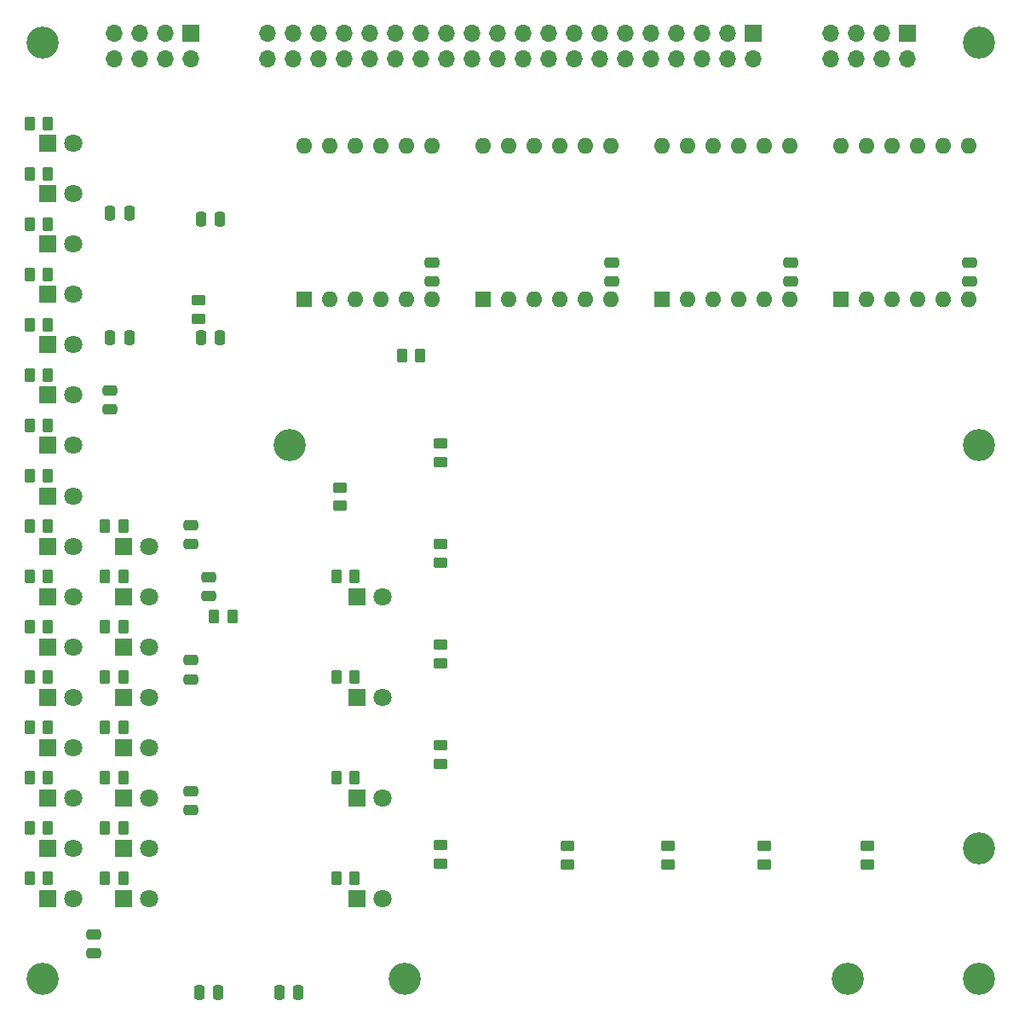
<source format=gbr>
%TF.GenerationSoftware,KiCad,Pcbnew,7.0.0-da2b9df05c~171~ubuntu22.04.1*%
%TF.CreationDate,2023-03-06T18:38:04-05:00*%
%TF.ProjectId,main,6d61696e-2e6b-4696-9361-645f70636258,rev?*%
%TF.SameCoordinates,Original*%
%TF.FileFunction,Soldermask,Bot*%
%TF.FilePolarity,Negative*%
%FSLAX46Y46*%
G04 Gerber Fmt 4.6, Leading zero omitted, Abs format (unit mm)*
G04 Created by KiCad (PCBNEW 7.0.0-da2b9df05c~171~ubuntu22.04.1) date 2023-03-06 18:38:04*
%MOMM*%
%LPD*%
G01*
G04 APERTURE LIST*
G04 Aperture macros list*
%AMRoundRect*
0 Rectangle with rounded corners*
0 $1 Rounding radius*
0 $2 $3 $4 $5 $6 $7 $8 $9 X,Y pos of 4 corners*
0 Add a 4 corners polygon primitive as box body*
4,1,4,$2,$3,$4,$5,$6,$7,$8,$9,$2,$3,0*
0 Add four circle primitives for the rounded corners*
1,1,$1+$1,$2,$3*
1,1,$1+$1,$4,$5*
1,1,$1+$1,$6,$7*
1,1,$1+$1,$8,$9*
0 Add four rect primitives between the rounded corners*
20,1,$1+$1,$2,$3,$4,$5,0*
20,1,$1+$1,$4,$5,$6,$7,0*
20,1,$1+$1,$6,$7,$8,$9,0*
20,1,$1+$1,$8,$9,$2,$3,0*%
G04 Aperture macros list end*
%ADD10R,1.700000X1.700000*%
%ADD11O,1.700000X1.700000*%
%ADD12R,1.800000X1.800000*%
%ADD13C,1.800000*%
%ADD14C,3.200000*%
%ADD15R,1.600000X1.600000*%
%ADD16O,1.600000X1.600000*%
%ADD17RoundRect,0.250000X0.475000X-0.250000X0.475000X0.250000X-0.475000X0.250000X-0.475000X-0.250000X0*%
%ADD18RoundRect,0.250000X-0.250000X-0.475000X0.250000X-0.475000X0.250000X0.475000X-0.250000X0.475000X0*%
%ADD19RoundRect,0.249999X0.450001X-0.262501X0.450001X0.262501X-0.450001X0.262501X-0.450001X-0.262501X0*%
%ADD20RoundRect,0.249999X0.262501X0.450001X-0.262501X0.450001X-0.262501X-0.450001X0.262501X-0.450001X0*%
%ADD21RoundRect,0.249999X-0.262501X-0.450001X0.262501X-0.450001X0.262501X0.450001X-0.262501X0.450001X0*%
%ADD22RoundRect,0.249999X-0.450001X0.262501X-0.450001X-0.262501X0.450001X-0.262501X0.450001X0.262501X0*%
%ADD23RoundRect,0.250000X-0.475000X0.250000X-0.475000X-0.250000X0.475000X-0.250000X0.475000X0.250000X0*%
%ADD24RoundRect,0.250000X-0.262500X-0.450000X0.262500X-0.450000X0.262500X0.450000X-0.262500X0.450000X0*%
%ADD25RoundRect,0.250000X-0.450000X0.262500X-0.450000X-0.262500X0.450000X-0.262500X0.450000X0.262500X0*%
%ADD26RoundRect,0.250000X0.450000X-0.262500X0.450000X0.262500X-0.450000X0.262500X-0.450000X-0.262500X0*%
G04 APERTURE END LIST*
D10*
%TO.C,J3*%
X94129999Y-22539999D03*
D11*
X94129999Y-25079999D03*
X91589999Y-22539999D03*
X91589999Y-25079999D03*
X89049999Y-22539999D03*
X89049999Y-25079999D03*
X86509999Y-22539999D03*
X86509999Y-25079999D03*
X83969999Y-22539999D03*
X83969999Y-25079999D03*
X81429999Y-22539999D03*
X81429999Y-25079999D03*
X78889999Y-22539999D03*
X78889999Y-25079999D03*
X76349999Y-22539999D03*
X76349999Y-25079999D03*
X73809999Y-22539999D03*
X73809999Y-25079999D03*
X71269999Y-22539999D03*
X71269999Y-25079999D03*
X68729999Y-22539999D03*
X68729999Y-25079999D03*
X66189999Y-22539999D03*
X66189999Y-25079999D03*
X63649999Y-22539999D03*
X63649999Y-25079999D03*
X61109999Y-22539999D03*
X61109999Y-25079999D03*
X58569999Y-22539999D03*
X58569999Y-25079999D03*
X56029999Y-22539999D03*
X56029999Y-25079999D03*
X53489999Y-22539999D03*
X53489999Y-25079999D03*
X50949999Y-22539999D03*
X50949999Y-25079999D03*
X48409999Y-22539999D03*
X48409999Y-25079999D03*
X45869999Y-22539999D03*
X45869999Y-25079999D03*
%TD*%
D10*
%TO.C,J1*%
X38219999Y-22539999D03*
D11*
X38219999Y-25079999D03*
X35679999Y-22539999D03*
X35679999Y-25079999D03*
X33139999Y-22539999D03*
X33139999Y-25079999D03*
X30599999Y-22539999D03*
X30599999Y-25079999D03*
%TD*%
D12*
%TO.C,D1*%
X31499999Y-108499999D03*
D13*
X34040000Y-108500000D03*
%TD*%
D14*
%TO.C,H2*%
X23500000Y-23500000D03*
%TD*%
%TO.C,H3*%
X116500000Y-116500000D03*
%TD*%
%TO.C,H4*%
X23500000Y-116500000D03*
%TD*%
%TO.C,H1*%
X116500000Y-23500000D03*
%TD*%
D15*
%TO.C,U4*%
X85039999Y-48999999D03*
D16*
X87579999Y-48999999D03*
X90119999Y-48999999D03*
X92659999Y-48999999D03*
X95199999Y-48999999D03*
X97739999Y-48999999D03*
X97739999Y-33759999D03*
X95199999Y-33759999D03*
X92659999Y-33759999D03*
X90119999Y-33759999D03*
X87579999Y-33759999D03*
X85039999Y-33759999D03*
%TD*%
D12*
%TO.C,D2*%
X31499999Y-88499999D03*
D13*
X34040000Y-88500000D03*
%TD*%
D12*
%TO.C,D3*%
X31499999Y-73499999D03*
D13*
X34040000Y-73500000D03*
%TD*%
D12*
%TO.C,D4*%
X31499999Y-93499999D03*
D13*
X34040000Y-93500000D03*
%TD*%
D12*
%TO.C,D5*%
X23999999Y-108499999D03*
D13*
X26540000Y-108500000D03*
%TD*%
D12*
%TO.C,D6*%
X23999999Y-88499999D03*
D13*
X26540000Y-88500000D03*
%TD*%
D12*
%TO.C,D7*%
X23999999Y-73499999D03*
D13*
X26540000Y-73500000D03*
%TD*%
D12*
%TO.C,D8*%
X23999999Y-93499999D03*
D13*
X26540000Y-93500000D03*
%TD*%
D15*
%TO.C,U3*%
X102819999Y-48999999D03*
D16*
X105359999Y-48999999D03*
X107899999Y-48999999D03*
X110439999Y-48999999D03*
X112979999Y-48999999D03*
X115519999Y-48999999D03*
X115519999Y-33759999D03*
X112979999Y-33759999D03*
X110439999Y-33759999D03*
X107899999Y-33759999D03*
X105359999Y-33759999D03*
X102819999Y-33759999D03*
%TD*%
D12*
%TO.C,D9*%
X23999999Y-68499999D03*
D13*
X26540000Y-68500000D03*
%TD*%
D12*
%TO.C,D10*%
X23999999Y-48499999D03*
D13*
X26540000Y-48500000D03*
%TD*%
D12*
%TO.C,D11*%
X23999999Y-33499999D03*
D13*
X26540000Y-33500000D03*
%TD*%
D12*
%TO.C,D12*%
X23999999Y-53499999D03*
D13*
X26540000Y-53500000D03*
%TD*%
D12*
%TO.C,D13*%
X23999999Y-98499999D03*
D13*
X26540000Y-98500000D03*
%TD*%
D12*
%TO.C,D14*%
X23999999Y-78499999D03*
D13*
X26540000Y-78500000D03*
%TD*%
D12*
%TO.C,D15*%
X23999999Y-83499999D03*
D13*
X26540000Y-83500000D03*
%TD*%
D12*
%TO.C,D16*%
X23999999Y-103499999D03*
D13*
X26540000Y-103500000D03*
%TD*%
D12*
%TO.C,D17*%
X31499999Y-98499999D03*
D13*
X34040000Y-98500000D03*
%TD*%
D12*
%TO.C,D18*%
X31499999Y-78499999D03*
D13*
X34040000Y-78500000D03*
%TD*%
D12*
%TO.C,D19*%
X31499999Y-83499999D03*
D13*
X34040000Y-83500000D03*
%TD*%
D12*
%TO.C,D20*%
X31499999Y-103499999D03*
D13*
X34040000Y-103500000D03*
%TD*%
D12*
%TO.C,D21*%
X23999999Y-58499999D03*
D13*
X26540000Y-58500000D03*
%TD*%
D12*
%TO.C,D22*%
X23999999Y-38499999D03*
D13*
X26540000Y-38500000D03*
%TD*%
D12*
%TO.C,D23*%
X23999999Y-43499999D03*
D13*
X26540000Y-43500000D03*
%TD*%
D12*
%TO.C,D24*%
X23999999Y-63499999D03*
D13*
X26540000Y-63500000D03*
%TD*%
D15*
%TO.C,U8*%
X67259999Y-48999999D03*
D16*
X69799999Y-48999999D03*
X72339999Y-48999999D03*
X74879999Y-48999999D03*
X77419999Y-48999999D03*
X79959999Y-48999999D03*
X79959999Y-33759999D03*
X77419999Y-33759999D03*
X74879999Y-33759999D03*
X72339999Y-33759999D03*
X69799999Y-33759999D03*
X67259999Y-33759999D03*
%TD*%
D15*
%TO.C,U9*%
X49479999Y-48999999D03*
D16*
X52019999Y-48999999D03*
X54559999Y-48999999D03*
X57099999Y-48999999D03*
X59639999Y-48999999D03*
X62179999Y-48999999D03*
X62179999Y-33759999D03*
X59639999Y-33759999D03*
X57099999Y-33759999D03*
X54559999Y-33759999D03*
X52019999Y-33759999D03*
X49479999Y-33759999D03*
%TD*%
D14*
%TO.C,H5*%
X48000000Y-63500000D03*
%TD*%
%TO.C,H6*%
X116500000Y-103500000D03*
%TD*%
%TO.C,H7*%
X59500000Y-116500000D03*
%TD*%
%TO.C,H8*%
X103500000Y-116500000D03*
%TD*%
%TO.C,H9*%
X116500000Y-63500000D03*
%TD*%
D12*
%TO.C,D27*%
X54734999Y-98499999D03*
D13*
X57275000Y-98500000D03*
%TD*%
D12*
%TO.C,D26*%
X54734999Y-88499999D03*
D13*
X57275000Y-88500000D03*
%TD*%
D10*
%TO.C,J2*%
X109399999Y-22539999D03*
D11*
X109399999Y-25079999D03*
X106859999Y-22539999D03*
X106859999Y-25079999D03*
X104319999Y-22539999D03*
X104319999Y-25079999D03*
X101779999Y-22539999D03*
X101779999Y-25079999D03*
%TD*%
D12*
%TO.C,D28*%
X54734999Y-108499999D03*
D13*
X57275000Y-108500000D03*
%TD*%
D12*
%TO.C,D25*%
X54734999Y-78499999D03*
D13*
X57275000Y-78500000D03*
%TD*%
D17*
%TO.C,C1*%
X40000000Y-78450000D03*
X40000000Y-76550000D03*
%TD*%
D18*
%TO.C,C3*%
X39200000Y-41000000D03*
X41100000Y-41000000D03*
%TD*%
%TO.C,C4*%
X30200000Y-40400000D03*
X32100000Y-40400000D03*
%TD*%
D19*
%TO.C,R1*%
X53000000Y-69500000D03*
X53000000Y-67675000D03*
%TD*%
D20*
%TO.C,R2*%
X42325000Y-80500000D03*
X40500000Y-80500000D03*
%TD*%
D21*
%TO.C,R3*%
X59175000Y-54600000D03*
X61000000Y-54600000D03*
%TD*%
D19*
%TO.C,R4*%
X75600000Y-105112500D03*
X75600000Y-103287500D03*
%TD*%
D17*
%TO.C,C2*%
X115600000Y-47200000D03*
X115600000Y-45300000D03*
%TD*%
%TO.C,C6*%
X97800000Y-47200000D03*
X97800000Y-45300000D03*
%TD*%
D22*
%TO.C,R9*%
X63000000Y-93287500D03*
X63000000Y-95112500D03*
%TD*%
%TO.C,R10*%
X63000000Y-103175000D03*
X63000000Y-105000000D03*
%TD*%
D19*
%TO.C,R11*%
X105400000Y-105112500D03*
X105400000Y-103287500D03*
%TD*%
D22*
%TO.C,R12*%
X39000000Y-49087500D03*
X39000000Y-50912500D03*
%TD*%
D23*
%TO.C,C7*%
X38200000Y-97800000D03*
X38200000Y-99700000D03*
%TD*%
D21*
%TO.C,R13*%
X29675000Y-106500000D03*
X31500000Y-106500000D03*
%TD*%
%TO.C,R14*%
X29675000Y-96500000D03*
X31500000Y-96500000D03*
%TD*%
%TO.C,R15*%
X29675000Y-86500000D03*
X31500000Y-86500000D03*
%TD*%
%TO.C,R16*%
X29675000Y-76500000D03*
X31500000Y-76500000D03*
%TD*%
D17*
%TO.C,C14*%
X80000000Y-47200000D03*
X80000000Y-45300000D03*
%TD*%
D18*
%TO.C,C8*%
X30200000Y-52800000D03*
X32100000Y-52800000D03*
%TD*%
D21*
%TO.C,R17*%
X29675000Y-71500000D03*
X31500000Y-71500000D03*
%TD*%
%TO.C,R18*%
X29675000Y-81500000D03*
X31500000Y-81500000D03*
%TD*%
%TO.C,R19*%
X29675000Y-91500000D03*
X31500000Y-91500000D03*
%TD*%
%TO.C,R20*%
X29675000Y-101500000D03*
X31500000Y-101500000D03*
%TD*%
%TO.C,R21*%
X22175000Y-106500000D03*
X24000000Y-106500000D03*
%TD*%
%TO.C,R22*%
X22175000Y-96500000D03*
X24000000Y-96500000D03*
%TD*%
%TO.C,R24*%
X22175000Y-76500000D03*
X24000000Y-76500000D03*
%TD*%
%TO.C,R25*%
X22175000Y-71500000D03*
X24000000Y-71500000D03*
%TD*%
%TO.C,R26*%
X22175000Y-81500000D03*
X24000000Y-81500000D03*
%TD*%
%TO.C,R27*%
X22175000Y-91500000D03*
X24000000Y-91500000D03*
%TD*%
%TO.C,R28*%
X22175000Y-101500000D03*
X24000000Y-101500000D03*
%TD*%
%TO.C,R29*%
X22175000Y-66500000D03*
X24000000Y-66500000D03*
%TD*%
%TO.C,R30*%
X22175000Y-56500000D03*
X24000000Y-56500000D03*
%TD*%
%TO.C,R31*%
X22175000Y-46500000D03*
X24000000Y-46500000D03*
%TD*%
%TO.C,R32*%
X22175000Y-36500000D03*
X24000000Y-36500000D03*
%TD*%
%TO.C,R33*%
X22175000Y-31500000D03*
X24000000Y-31500000D03*
%TD*%
%TO.C,R34*%
X22175000Y-41500000D03*
X24000000Y-41500000D03*
%TD*%
%TO.C,R35*%
X22175000Y-51500000D03*
X24000000Y-51500000D03*
%TD*%
%TO.C,R36*%
X22175000Y-61500000D03*
X24000000Y-61500000D03*
%TD*%
%TO.C,R23*%
X22175000Y-86500000D03*
X24000000Y-86500000D03*
%TD*%
D17*
%TO.C,C9*%
X62200000Y-47200000D03*
X62200000Y-45300000D03*
%TD*%
D18*
%TO.C,C5*%
X39200000Y-52800000D03*
X41100000Y-52800000D03*
%TD*%
D23*
%TO.C,C10*%
X38200000Y-84800000D03*
X38200000Y-86700000D03*
%TD*%
%TO.C,C11*%
X38200000Y-71400000D03*
X38200000Y-73300000D03*
%TD*%
%TO.C,C12*%
X30200000Y-58000000D03*
X30200000Y-59900000D03*
%TD*%
D18*
%TO.C,C13*%
X47000000Y-117800000D03*
X48900000Y-117800000D03*
%TD*%
D24*
%TO.C,R38*%
X52675000Y-86500000D03*
X54500000Y-86500000D03*
%TD*%
D25*
%TO.C,R41*%
X63000000Y-63287500D03*
X63000000Y-65112500D03*
%TD*%
D18*
%TO.C,C15*%
X39050000Y-117800000D03*
X40950000Y-117800000D03*
%TD*%
D23*
%TO.C,C16*%
X28600000Y-112050000D03*
X28600000Y-113950000D03*
%TD*%
D24*
%TO.C,R40*%
X52675000Y-106500000D03*
X54500000Y-106500000D03*
%TD*%
%TO.C,R39*%
X52675000Y-96500000D03*
X54500000Y-96500000D03*
%TD*%
D25*
%TO.C,R7*%
X63000000Y-73287500D03*
X63000000Y-75112500D03*
%TD*%
D26*
%TO.C,R6*%
X95200000Y-105112500D03*
X95200000Y-103287500D03*
%TD*%
D24*
%TO.C,R37*%
X52675000Y-76500000D03*
X54500000Y-76500000D03*
%TD*%
D25*
%TO.C,R8*%
X63000000Y-83287500D03*
X63000000Y-85112500D03*
%TD*%
D26*
%TO.C,R5*%
X85600000Y-105112500D03*
X85600000Y-103287500D03*
%TD*%
M02*

</source>
